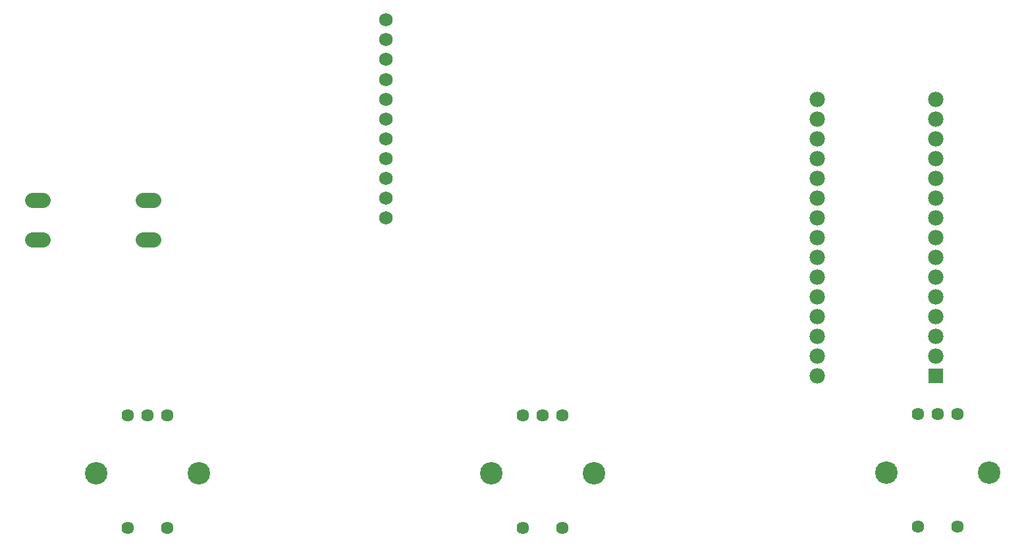
<source format=gts>
G04 Layer: TopSolderMaskLayer*
G04 EasyEDA v5.9.42, Tue, 19 Feb 2019 02:49:18 GMT*
G04 6333967b838042d2a107bc752d40cc6d*
G04 Gerber Generator version 0.2*
G04 Scale: 100 percent, Rotated: No, Reflected: No *
G04 Dimensions in millimeters *
G04 leading zeros omitted , absolute positions ,3 integer and 3 decimal *
%FSLAX33Y33*%
%MOMM*%
G90*
G71D02*

%ADD18C,1.981200*%
%ADD19R,1.981200X1.981200*%
%ADD20C,1.617980*%
%ADD21C,2.887980*%
%ADD22C,1.727200*%

%LPD*%
G54D18*
G01X7048Y50292D02*
G01X5651Y50292D01*
G01X7048Y55372D02*
G01X5651Y55372D01*
G01X21272Y50292D02*
G01X19875Y50292D01*
G01X21272Y55372D02*
G01X19875Y55372D01*
G54D19*
G01X121793Y32766D03*
G54D18*
G01X121793Y35306D03*
G01X121793Y37846D03*
G01X121793Y40386D03*
G01X121793Y42926D03*
G01X121793Y45466D03*
G01X121793Y48006D03*
G01X121793Y50546D03*
G01X121793Y53086D03*
G01X121793Y55626D03*
G01X121793Y58166D03*
G01X121793Y60706D03*
G01X121793Y63246D03*
G01X121793Y65786D03*
G01X121793Y68326D03*
G01X106553Y32766D03*
G01X106553Y35306D03*
G01X106553Y37846D03*
G01X106553Y40386D03*
G01X106553Y42926D03*
G01X106553Y45466D03*
G01X106553Y48006D03*
G01X106553Y50546D03*
G01X106553Y53086D03*
G01X106553Y55626D03*
G01X106553Y58166D03*
G01X106553Y60706D03*
G01X106553Y63246D03*
G01X106553Y65786D03*
G01X106553Y68326D03*
G54D20*
G01X20447Y27686D03*
G01X17907Y13208D03*
G54D21*
G01X13843Y20193D03*
G01X27051Y20193D03*
G54D20*
G01X22987Y13208D03*
G01X17907Y27686D03*
G01X22987Y27686D03*
G01X71247Y27686D03*
G01X68707Y13208D03*
G54D21*
G01X64643Y20193D03*
G01X77851Y20193D03*
G54D20*
G01X73787Y13208D03*
G01X68707Y27686D03*
G01X73787Y27686D03*
G01X122047Y27813D03*
G01X119507Y13335D03*
G54D21*
G01X115443Y20320D03*
G01X128651Y20320D03*
G54D20*
G01X124587Y13335D03*
G01X119507Y27813D03*
G01X124587Y27813D03*
G54D22*
G01X51141Y53026D03*
G01X51141Y55575D03*
G01X51141Y58126D03*
G01X51141Y60676D03*
G01X51141Y63225D03*
G01X51141Y65776D03*
G01X51141Y68326D03*
G01X51141Y70875D03*
G01X51141Y73426D03*
G01X51141Y75975D03*
G01X51141Y78526D03*
M00*
M02*

</source>
